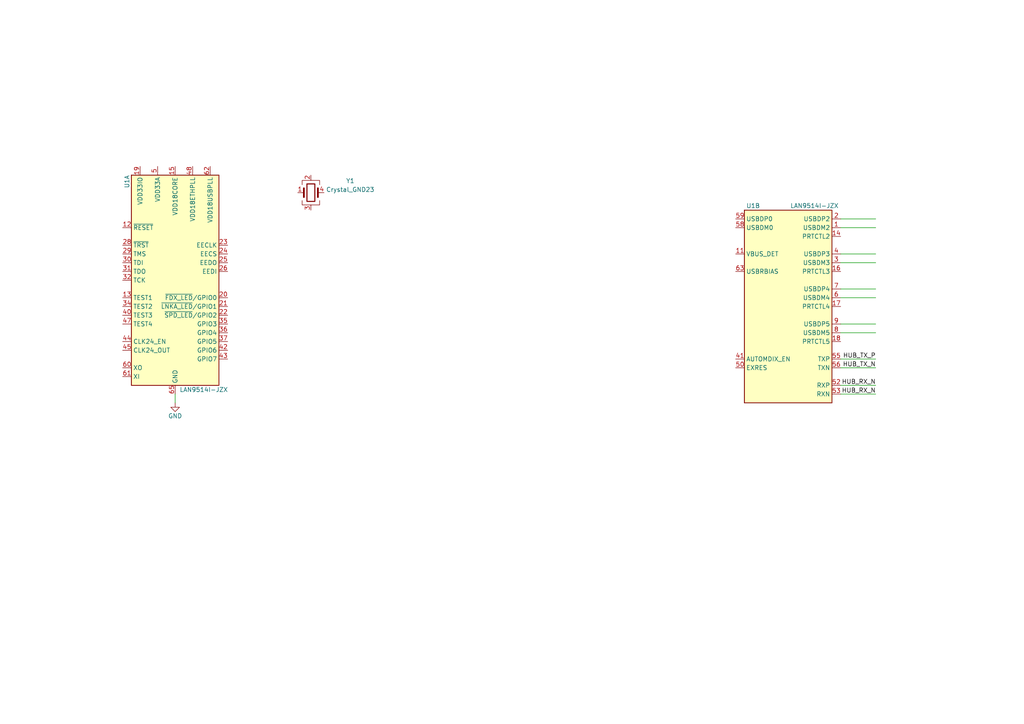
<source format=kicad_sch>
(kicad_sch (version 20230121) (generator eeschema)
  (paper "A4")
  (lib_symbols
    (symbol "Device:Crystal_GND23" (pin_names (offset 1.016) hide)
      (property "Reference" "Y" (at 3.175 5.08 0))
      (property "Value" "Crystal_GND23" (at 3.175 3.175 0))
      (symbol "Crystal_GND23_0_1"
        (rectangle (start -1.143 2.54) (end 1.143 -2.54) (stroke (width 0.3048)))
        (polyline (pts (xy -2.54 0) (xy -2.032 0)))
        (polyline (pts (xy -2.032 -1.27) (xy -2.032 1.27)) (stroke (width 0.508)))
        (polyline (pts (xy 0 -3.81) (xy 0 -3.556)))
        (polyline (pts (xy 0 3.556) (xy 0 3.81)))
        (polyline (pts (xy 2.032 -1.27) (xy 2.032 1.27)) (stroke (width 0.508)))
        (polyline (pts (xy 2.032 0) (xy 2.54 0)))
        (polyline (pts (xy -2.54 -2.286) (xy -2.54 -3.556) (xy 2.54 -3.556) (xy 2.54 -2.286)))
        (polyline (pts (xy -2.54 2.286) (xy -2.54 3.556) (xy 2.54 3.556) (xy 2.54 2.286)))
      )
      (symbol "Crystal_GND23_1_1"
        (pin passive line (at -3.81 0 0) (length 1.27) (name "1") (number "1"))
        (pin passive line (at 0 5.08 270) (length 1.27) (name "2") (number "2"))
        (pin passive line (at 0 -5.08 90) (length 1.27) (name "3") (number "3"))
        (pin passive line (at 3.81 0 180) (length 1.27) (name "4") (number "4"))
      )
    )
    (symbol "Interface_Ethernet:LAN9514i"
      (property "Reference" "U" (at -15.24 31.75 0))
      (property "Value" "LAN9514i" (at 15.24 31.75 0))
      (symbol "LAN9514i_1_1"
        (rectangle (start -12.7 30.48) (end 12.7 -30.48) (stroke (width 0.254)) (fill (type background)))
        (pin passive line (at -5.08 33.02 270) (length 2.54) hide (name "VDD33A") (number "10"))
        (pin input line (at -15.24 15.24 0) (length 2.54) (name "~{RESET}") (number "12"))
        (pin input line (at -15.24 -5.08 0) (length 2.54) (name "TEST1") (number "13"))
        (pin power_in line (at 0 33.02 270) (length 2.54) (name "VDD18CORE") (number "15"))
        (pin power_in line (at -10.16 33.02 270) (length 2.54) (name "VDD33IO") (number "19"))
        (pin bidirectional line (at 15.24 -5.08 180) (length 2.54) (name "~{FDX_LED}/GPIO0") (number "20"))
        (pin bidirectional line (at 15.24 -7.62 180) (length 2.54) (name "~{LNKA_LED}/GPIO1") (number "21"))
        (pin bidirectional line (at 15.24 -10.16 180) (length 2.54) (name "~{SPD_LED}/GPIO2") (number "22"))
        (pin output line (at 15.24 10.16 180) (length 2.54) (name "EECLK") (number "23"))
        (pin output line (at 15.24 7.62 180) (length 2.54) (name "EECS") (number "24"))
        (pin output line (at 15.24 5.08 180) (length 2.54) (name "EEDO") (number "25"))
        (pin input line (at 15.24 2.54 180) (length 2.54) (name "EEDI") (number "26"))
        (pin passive line (at -10.16 33.02 270) (length 2.54) hide (name "VDD33IO") (number "27"))
        (pin input line (at -15.24 10.16 0) (length 2.54) (name "~{TRST}") (number "28"))
        (pin input line (at -15.24 7.62 0) (length 2.54) (name "TMS") (number "29"))
        (pin input line (at -15.24 5.08 0) (length 2.54) (name "TDI") (number "30"))
        (pin output line (at -15.24 2.54 0) (length 2.54) (name "TDO") (number "31"))
        (pin input line (at -15.24 0 0) (length 2.54) (name "TCK") (number "32"))
        (pin passive line (at -10.16 33.02 270) (length 2.54) hide (name "VDD33IO") (number "33"))
        (pin input line (at -15.24 -7.62 0) (length 2.54) (name "TEST2") (number "34"))
        (pin bidirectional line (at 15.24 -12.7 180) (length 2.54) (name "GPIO3") (number "35"))
        (pin bidirectional line (at 15.24 -15.24 180) (length 2.54) (name "GPIO4") (number "36"))
        (pin bidirectional line (at 15.24 -17.78 180) (length 2.54) (name "GPIO5") (number "37"))
        (pin passive line (at 0 33.02 270) (length 2.54) hide (name "VDD18CORE") (number "38"))
        (pin passive line (at -10.16 33.02 270) (length 2.54) hide (name "VDD33IO") (number "39"))
        (pin input line (at -15.24 -10.16 0) (length 2.54) (name "TEST3") (number "40"))
        (pin bidirectional line (at 15.24 -20.32 180) (length 2.54) (name "GPIO6") (number "42"))
        (pin bidirectional line (at 15.24 -22.86 180) (length 2.54) (name "GPIO7") (number "43"))
        (pin input line (at -15.24 -17.78 0) (length 2.54) (name "CLK24_EN") (number "44"))
        (pin output line (at -15.24 -20.32 0) (length 2.54) (name "CLK24_OUT") (number "45"))
        (pin passive line (at -10.16 33.02 270) (length 2.54) hide (name "VDD33IO") (number "46"))
        (pin input line (at -15.24 -12.7 0) (length 2.54) (name "TEST4") (number "47"))
        (pin power_in line (at 5.08 33.02 270) (length 2.54) (name "VDD18ETHPLL") (number "48"))
        (pin passive line (at -5.08 33.02 270) (length 2.54) hide (name "VDD33A") (number "49"))
        (pin power_in line (at -5.08 33.02 270) (length 2.54) (name "VDD33A") (number "5"))
        (pin passive line (at -5.08 33.02 270) (length 2.54) hide (name "VDD33A") (number "51"))
        (pin passive line (at -5.08 33.02 270) (length 2.54) hide (name "VDD33A") (number "54"))
        (pin passive line (at -5.08 33.02 270) (length 2.54) hide (name "VDD33A") (number "57"))
        (pin input line (at -15.24 -25.4 0) (length 2.54) (name "XO") (number "60"))
        (pin input line (at -15.24 -27.94 0) (length 2.54) (name "XI") (number "61"))
        (pin power_in line (at 10.16 33.02 270) (length 2.54) (name "VDD18USBPLL") (number "62"))
        (pin passive line (at -5.08 33.02 270) (length 2.54) hide (name "VDD33A") (number "64"))
        (pin power_in line (at 0 -33.02 90) (length 2.54) (name "GND") (number "65"))
      )
      (symbol "LAN9514i_2_1"
        (rectangle (start 12.7 -27.94) (end -12.7 27.94) (stroke (width 0.254)) (fill (type background)))
        (pin bidirectional line (at 15.24 22.86 180) (length 2.54) (name "USBDM2") (number "1"))
        (pin input line (at -15.24 15.24 0) (length 2.54) (name "VBUS_DET") (number "11"))
        (pin bidirectional line (at 15.24 20.32 180) (length 2.54) (name "PRTCTL2") (number "14"))
        (pin bidirectional line (at 15.24 10.16 180) (length 2.54) (name "PRTCTL3") (number "16"))
        (pin bidirectional line (at 15.24 0 180) (length 2.54) (name "PRTCTL4") (number "17"))
        (pin bidirectional line (at 15.24 -10.16 180) (length 2.54) (name "PRTCTL5") (number "18"))
        (pin bidirectional line (at 15.24 25.4 180) (length 2.54) (name "USBDP2") (number "2"))
        (pin bidirectional line (at 15.24 12.7 180) (length 2.54) (name "USBDM3") (number "3"))
        (pin bidirectional line (at 15.24 15.24 180) (length 2.54) (name "USBDP3") (number "4"))
        (pin input line (at -15.24 -15.24 0) (length 2.54) (name "AUTOMDIX_EN") (number "41"))
        (pin input line (at -15.24 -17.78 0) (length 2.54) (name "EXRES") (number "50"))
        (pin input line (at 15.24 -22.86 180) (length 2.54) (name "RXP") (number "52"))
        (pin input line (at 15.24 -25.4 180) (length 2.54) (name "RXN") (number "53"))
        (pin output line (at 15.24 -15.24 180) (length 2.54) (name "TXP") (number "55"))
        (pin output line (at 15.24 -17.78 180) (length 2.54) (name "TXN") (number "56"))
        (pin bidirectional line (at -15.24 22.86 0) (length 2.54) (name "USBDM0") (number "58"))
        (pin bidirectional line (at -15.24 25.4 0) (length 2.54) (name "USBDP0") (number "59"))
        (pin bidirectional line (at 15.24 2.54 180) (length 2.54) (name "USBDM4") (number "6"))
        (pin input line (at -15.24 10.16 0) (length 2.54) (name "USBRBIAS") (number "63"))
        (pin bidirectional line (at 15.24 5.08 180) (length 2.54) (name "USBDP4") (number "7"))
        (pin bidirectional line (at 15.24 -7.62 180) (length 2.54) (name "USBDM5") (number "8"))
        (pin bidirectional line (at 15.24 -5.08 180) (length 2.54) (name "USBDP5") (number "9"))
      )
    )
    (symbol "power:GND" (power) (pin_names (offset 0))
      (property "Value" "GND" (at 0 -3.81 0))
      (symbol "GND_0_1"
        (polyline (pts (xy 0 0) (xy 0 -1.27) (xy 1.27 -1.27) (xy 0 -2.54) (xy -1.27 -1.27) (xy 0 -1.27)))
      )
      (symbol "GND_1_1"
        (pin power_in line (at 0 0 270) (length 0) hide (name "GND") (number "1"))
      )
    )
  )
  (wire (pts (xy 243.84 104.14) (xy 254 104.14)))
  (wire (pts (xy 50.8 114.3) (xy 50.8 116.84)))
  (wire (pts (xy 243.84 106.68) (xy 254 106.68)))
  (wire (pts (xy 243.84 66.04) (xy 254 66.04)))
  (wire (pts (xy 243.84 63.5) (xy 254 63.5)))
  (wire (pts (xy 243.84 111.76) (xy 254 111.76)))
  (wire (pts (xy 243.84 93.98) (xy 254 93.98)))
  (wire (pts (xy 243.84 73.66) (xy 254 73.66)))
  (wire (pts (xy 243.84 86.36) (xy 254 86.36)))
  (wire (pts (xy 243.84 83.82) (xy 254 83.82)))
  (wire (pts (xy 243.84 96.52) (xy 254 96.52)))
  (wire (pts (xy 243.84 114.3) (xy 254 114.3)))
  (wire (pts (xy 243.84 76.2) (xy 254 76.2)))
  (label "HUB_TX_N" (at 254 106.68 180))
  (label "HUB_RX_N" (at 254 114.3 180))
  (label "HUB_RX_N" (at 254 111.76 180))
  (label "HUB_TX_P" (at 254 104.14 180))
  (symbol (lib_id "Interface_Ethernet:LAN9514i") (at 50.8 81.28 0) (unit 1)
    (property "Reference" "U1" (at 36.83 54.61 90) (effects (justify left)))
    (property "Value" "LAN9514I-JZX" (at 52.07 113.03 0) (effects (justify left)))
    (property "Footprint" "Package_DFN_QFN:QFN-64-1EP_9x9mm_P0.5mm_EP7.3x7.3mm" (effects hide))
    (property "Datasheet" "http://ww1.microchip.com/downloads/en/DeviceDoc/00002306A.pdf" (effects hide))
    (property "lcsc" "C515536" (effects hide))
  )
  (symbol (lib_id "power:GND") (at 50.8 116.84 0) (unit 1)
    (property "Reference" "#PWR01" (effects hide))
    (property "Value" "GND" (at 50.8 120.65 0))
  )
  (symbol (lib_id "Interface_Ethernet:LAN9514i") (at 228.6 88.9 0) (unit 2)
    (property "Reference" "U1" (at 218.44 59.69 0))
    (property "Value" "LAN9514I-JZX" (at 236.22 59.69 0))
    (property "Footprint" "Package_DFN_QFN:QFN-64-1EP_9x9mm_P0.5mm_EP7.3x7.3mm" (effects hide))
    (property "Datasheet" "http://ww1.microchip.com/downloads/en/DeviceDoc/00002306A.pdf" (effects hide))
    (property "lcsc" "C515536" (effects hide))
  )
  (symbol (lib_id "Device:Crystal_GND23") (at 90.17 55.88 0) (unit 1)
    (property "Reference" "Y1" (at 101.6 52.4511 0))
    (property "Value" "Crystal_GND23" (at 101.6 54.9911 0))
  )
)
</source>
